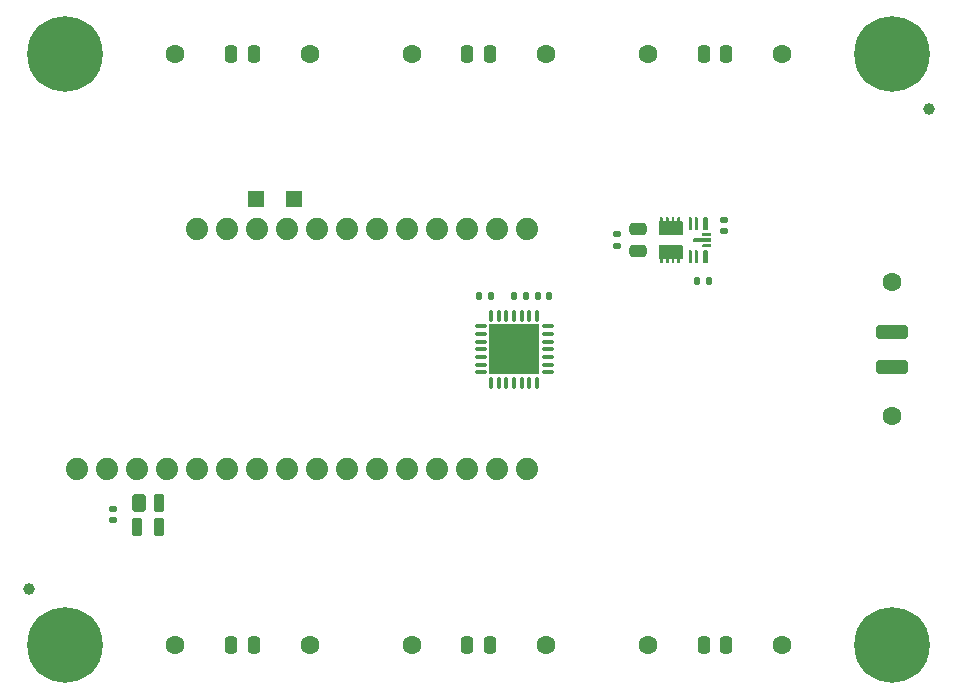
<source format=gbs>
G04 #@! TF.GenerationSoftware,KiCad,Pcbnew,7.0.11*
G04 #@! TF.CreationDate,2025-02-19T11:42:19-05:00*
G04 #@! TF.ProjectId,thruster-pcb,74687275-7374-4657-922d-7063622e6b69,1.0*
G04 #@! TF.SameCoordinates,Original*
G04 #@! TF.FileFunction,Soldermask,Bot*
G04 #@! TF.FilePolarity,Negative*
%FSLAX46Y46*%
G04 Gerber Fmt 4.6, Leading zero omitted, Abs format (unit mm)*
G04 Created by KiCad (PCBNEW 7.0.11) date 2025-02-19 11:42:19*
%MOMM*%
%LPD*%
G01*
G04 APERTURE LIST*
G04 Aperture macros list*
%AMRoundRect*
0 Rectangle with rounded corners*
0 $1 Rounding radius*
0 $2 $3 $4 $5 $6 $7 $8 $9 X,Y pos of 4 corners*
0 Add a 4 corners polygon primitive as box body*
4,1,4,$2,$3,$4,$5,$6,$7,$8,$9,$2,$3,0*
0 Add four circle primitives for the rounded corners*
1,1,$1+$1,$2,$3*
1,1,$1+$1,$4,$5*
1,1,$1+$1,$6,$7*
1,1,$1+$1,$8,$9*
0 Add four rect primitives between the rounded corners*
20,1,$1+$1,$2,$3,$4,$5,0*
20,1,$1+$1,$4,$5,$6,$7,0*
20,1,$1+$1,$6,$7,$8,$9,0*
20,1,$1+$1,$8,$9,$2,$3,0*%
G04 Aperture macros list end*
%ADD10C,1.600000*%
%ADD11C,1.879600*%
%ADD12C,6.400000*%
%ADD13RoundRect,0.135000X-0.135000X-0.185000X0.135000X-0.185000X0.135000X0.185000X-0.135000X0.185000X0*%
%ADD14C,1.000000*%
%ADD15RoundRect,0.250000X-0.250000X-0.475000X0.250000X-0.475000X0.250000X0.475000X-0.250000X0.475000X0*%
%ADD16RoundRect,0.250000X0.475000X-0.250000X0.475000X0.250000X-0.475000X0.250000X-0.475000X-0.250000X0*%
%ADD17RoundRect,0.140000X-0.140000X-0.170000X0.140000X-0.170000X0.140000X0.170000X-0.140000X0.170000X0*%
%ADD18RoundRect,0.140000X0.170000X-0.140000X0.170000X0.140000X-0.170000X0.140000X-0.170000X-0.140000X0*%
%ADD19RoundRect,0.250000X0.250000X0.475000X-0.250000X0.475000X-0.250000X-0.475000X0.250000X-0.475000X0*%
%ADD20RoundRect,0.298500X-0.298500X0.453500X-0.298500X-0.453500X0.298500X-0.453500X0.298500X0.453500X0*%
%ADD21RoundRect,0.120600X-0.281400X0.631400X-0.281400X-0.631400X0.281400X-0.631400X0.281400X0.631400X0*%
%ADD22RoundRect,0.102000X-0.600000X-0.600000X0.600000X-0.600000X0.600000X0.600000X-0.600000X0.600000X0*%
%ADD23RoundRect,0.075000X0.437500X0.075000X-0.437500X0.075000X-0.437500X-0.075000X0.437500X-0.075000X0*%
%ADD24RoundRect,0.075000X0.075000X0.437500X-0.075000X0.437500X-0.075000X-0.437500X0.075000X-0.437500X0*%
%ADD25R,4.250000X4.250000*%
%ADD26RoundRect,0.135000X0.135000X0.185000X-0.135000X0.185000X-0.135000X-0.185000X0.135000X-0.185000X0*%
%ADD27RoundRect,0.140000X-0.170000X0.140000X-0.170000X-0.140000X0.170000X-0.140000X0.170000X0.140000X0*%
%ADD28RoundRect,0.250000X-1.100000X0.325000X-1.100000X-0.325000X1.100000X-0.325000X1.100000X0.325000X0*%
G04 APERTURE END LIST*
G36*
X177549500Y-93000001D02*
G01*
X177549500Y-93999999D01*
X177499500Y-94050001D01*
X177224500Y-94050001D01*
X177174500Y-93999999D01*
X177174500Y-93000001D01*
X177224500Y-92950001D01*
X177499500Y-92950001D01*
X177549500Y-93000001D01*
G37*
G36*
X176675001Y-93000001D02*
G01*
X176675001Y-93999999D01*
X176624999Y-94050001D01*
X176474999Y-94050001D01*
X176424999Y-93999999D01*
X176424999Y-93000001D01*
X176474999Y-92950001D01*
X176624999Y-92950001D01*
X176675001Y-93000001D01*
G37*
G36*
X176175000Y-93000001D02*
G01*
X176175000Y-93999999D01*
X176125000Y-94049999D01*
X175975000Y-94049999D01*
X175925000Y-93999999D01*
X175925000Y-93000001D01*
X175975000Y-92950001D01*
X176125000Y-92950001D01*
X176175000Y-93000001D01*
G37*
G36*
X177850000Y-92525000D02*
G01*
X177850000Y-92675000D01*
X177799998Y-92725000D01*
X177099999Y-92725000D01*
X177049999Y-92675000D01*
X177049999Y-92525000D01*
X177099999Y-92475001D01*
X177799998Y-92475001D01*
X177850000Y-92525000D01*
G37*
G36*
X177849500Y-92000000D02*
G01*
X177849500Y-92200000D01*
X177799500Y-92250000D01*
X176374499Y-92250000D01*
X176324499Y-92200000D01*
X176324499Y-92000000D01*
X176374499Y-91950000D01*
X177799500Y-91950000D01*
X177849500Y-92000000D01*
G37*
G36*
X177849998Y-91525000D02*
G01*
X177849998Y-91675000D01*
X177799998Y-91724999D01*
X177099999Y-91724999D01*
X177049999Y-91675000D01*
X177049999Y-91525000D01*
X177099999Y-91475000D01*
X177799998Y-91475000D01*
X177849998Y-91525000D01*
G37*
G36*
X176175000Y-90200001D02*
G01*
X176175000Y-91199999D01*
X176125000Y-91249999D01*
X175975000Y-91249999D01*
X175925000Y-91199999D01*
X175925000Y-90200001D01*
X175975000Y-90150001D01*
X176125000Y-90150001D01*
X176175000Y-90200001D01*
G37*
G36*
X176675001Y-90200001D02*
G01*
X176675001Y-91199999D01*
X176624999Y-91249999D01*
X176474999Y-91249999D01*
X176424999Y-91199999D01*
X176424999Y-90200001D01*
X176474999Y-90149999D01*
X176624999Y-90149999D01*
X176675001Y-90200001D01*
G37*
G36*
X177549500Y-90200001D02*
G01*
X177549500Y-91199999D01*
X177499500Y-91249999D01*
X177224500Y-91249999D01*
X177174500Y-91199999D01*
X177174500Y-90200001D01*
X177224500Y-90149999D01*
X177499500Y-90149999D01*
X177549500Y-90200001D01*
G37*
G36*
X175374999Y-92549999D02*
G01*
X175424989Y-92599999D01*
X175424999Y-93625001D01*
X175375027Y-93674996D01*
X175275002Y-93675001D01*
X175225002Y-93724998D01*
X175224999Y-93999999D01*
X175175002Y-94050001D01*
X175024999Y-94050001D01*
X174975002Y-93999999D01*
X174975000Y-93725001D01*
X174925002Y-93674998D01*
X174775000Y-93675001D01*
X174725000Y-93725001D01*
X174725000Y-93999999D01*
X174675000Y-94050001D01*
X174525000Y-94050001D01*
X174475001Y-93999999D01*
X174475001Y-93725001D01*
X174425001Y-93675001D01*
X174275001Y-93675001D01*
X174225001Y-93725001D01*
X174224999Y-93999999D01*
X174175001Y-94050001D01*
X174024999Y-94050001D01*
X173974999Y-93999999D01*
X173975002Y-93725001D01*
X173924999Y-93675001D01*
X173774999Y-93675001D01*
X173725000Y-93725001D01*
X173725000Y-93999999D01*
X173675000Y-94050001D01*
X173525000Y-94050001D01*
X173475000Y-93999999D01*
X173475000Y-93725001D01*
X173425000Y-93675001D01*
X173425003Y-93675001D01*
X173375000Y-93624998D01*
X173375000Y-92599996D01*
X173425003Y-92549997D01*
X175374999Y-92549999D01*
G37*
G36*
X174224999Y-90200001D02*
G01*
X174225001Y-90474999D01*
X174275001Y-90524999D01*
X174425001Y-90524999D01*
X174475001Y-90474999D01*
X174475001Y-90200001D01*
X174525000Y-90150001D01*
X174675000Y-90149999D01*
X174725000Y-90200001D01*
X174725000Y-90474999D01*
X174775000Y-90524999D01*
X174925002Y-90524999D01*
X174975000Y-90474999D01*
X174975002Y-90200001D01*
X175024999Y-90149999D01*
X175174999Y-90149999D01*
X175224999Y-90200001D01*
X175224999Y-90475002D01*
X175275002Y-90524999D01*
X175375022Y-90525004D01*
X175424999Y-90574999D01*
X175424994Y-91600001D01*
X175374999Y-91650001D01*
X173425003Y-91650003D01*
X173375000Y-91600001D01*
X173375000Y-90574999D01*
X173425003Y-90524999D01*
X173425000Y-90524999D01*
X173475000Y-90474999D01*
X173475000Y-90200001D01*
X173525000Y-90150001D01*
X173675000Y-90149999D01*
X173725000Y-90200001D01*
X173725000Y-90474999D01*
X173774999Y-90524999D01*
X173924999Y-90524999D01*
X173974999Y-90474999D01*
X173974999Y-90200001D01*
X174024999Y-90149999D01*
X174175001Y-90149999D01*
X174224999Y-90200001D01*
G37*
D10*
X183840000Y-126350000D03*
X172460000Y-126350000D03*
D11*
X124100000Y-111510000D03*
X126640000Y-111510000D03*
X129180000Y-111510000D03*
X131720000Y-111510000D03*
X134260000Y-111510000D03*
X136800000Y-111510000D03*
X139340000Y-111510000D03*
X141880000Y-111510000D03*
X144420000Y-111510000D03*
X146960000Y-111510000D03*
X149500000Y-111510000D03*
X152040000Y-111510000D03*
X154580000Y-111510000D03*
X157120000Y-111510000D03*
X159660000Y-111510000D03*
X162200000Y-111510000D03*
X162200000Y-91190000D03*
X159660000Y-91190000D03*
X157120000Y-91190000D03*
X154580000Y-91190000D03*
X152040000Y-91190000D03*
X149500000Y-91190000D03*
X146960000Y-91190000D03*
X144420000Y-91190000D03*
X141880000Y-91190000D03*
X139340000Y-91190000D03*
X136800000Y-91190000D03*
X134260000Y-91190000D03*
D12*
X123150000Y-76350000D03*
X193150000Y-76350000D03*
D10*
X132460000Y-76350000D03*
X143840000Y-76350000D03*
D12*
X193150000Y-126350000D03*
X123150000Y-126350000D03*
D10*
X172460000Y-76350000D03*
X183840000Y-76350000D03*
X143840000Y-126350000D03*
X132460000Y-126350000D03*
X163840000Y-126350000D03*
X152460000Y-126350000D03*
X193150000Y-95660000D03*
X193150000Y-107040000D03*
X152460000Y-76350000D03*
X163840000Y-76350000D03*
D13*
X158140000Y-96850000D03*
X159160000Y-96850000D03*
D14*
X120050000Y-121670000D03*
D15*
X157200000Y-76350000D03*
X159100000Y-76350000D03*
X137200000Y-76350000D03*
X139100000Y-76350000D03*
D16*
X171650000Y-93050000D03*
X171650000Y-91150000D03*
D17*
X176670000Y-95600000D03*
X177630000Y-95600000D03*
X163170000Y-96850000D03*
X164130000Y-96850000D03*
D18*
X169900000Y-92580000D03*
X169900000Y-91620000D03*
D19*
X139100000Y-126350000D03*
X137200000Y-126350000D03*
D20*
X129385000Y-114325000D03*
D21*
X131110000Y-114325000D03*
X131110000Y-116375000D03*
X129190000Y-116375000D03*
D22*
X139300000Y-88600000D03*
X142500000Y-88600000D03*
D23*
X163987500Y-99400000D03*
X163987500Y-100050000D03*
X163987500Y-100700000D03*
X163987500Y-101350000D03*
X163987500Y-102000000D03*
X163987500Y-102650000D03*
X163987500Y-103300000D03*
D24*
X163100000Y-104187500D03*
X162450000Y-104187500D03*
X161800000Y-104187500D03*
X161150000Y-104187500D03*
X160500000Y-104187500D03*
X159850000Y-104187500D03*
X159200000Y-104187500D03*
D23*
X158312500Y-103300000D03*
X158312500Y-102650000D03*
X158312500Y-102000000D03*
X158312500Y-101350000D03*
X158312500Y-100700000D03*
X158312500Y-100050000D03*
X158312500Y-99400000D03*
D24*
X159200000Y-98512500D03*
X159850000Y-98512500D03*
X160500000Y-98512500D03*
X161150000Y-98512500D03*
X161800000Y-98512500D03*
X162450000Y-98512500D03*
X163100000Y-98512500D03*
D25*
X161150000Y-101350000D03*
D26*
X162160000Y-96850000D03*
X161140000Y-96850000D03*
D15*
X177200000Y-76350000D03*
X179100000Y-76350000D03*
D18*
X127150000Y-115830000D03*
X127150000Y-114870000D03*
D19*
X159100000Y-126350000D03*
X157200000Y-126350000D03*
D27*
X178900000Y-90370000D03*
X178900000Y-91330000D03*
D14*
X196250000Y-81030000D03*
D28*
X193150000Y-99875000D03*
X193150000Y-102825000D03*
D19*
X179100000Y-126350000D03*
X177200000Y-126350000D03*
M02*

</source>
